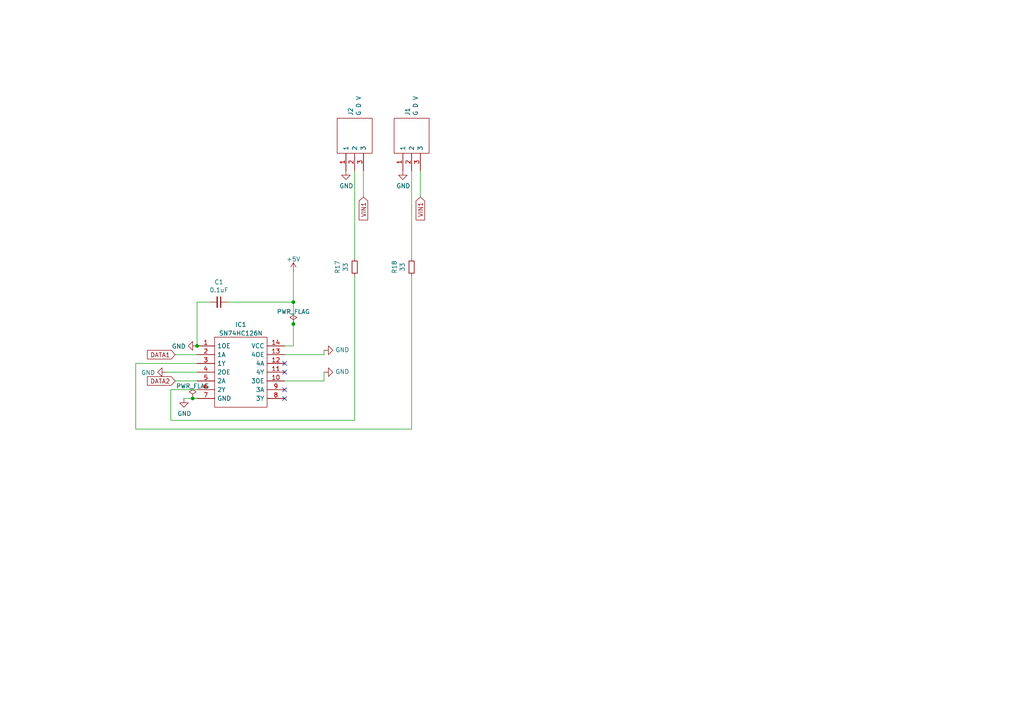
<source format=kicad_sch>
(kicad_sch (version 20211123) (generator eeschema)
  (paper "A4")
  (title_block (title "The Owl - RPI Cape 16ch Pixel Controller") (company "OnlineDynamic"))
  (lib_symbols
    (symbol "Device:C_Small" (pin_numbers hide) (pin_names (offset 0.254) hide)
      (property "Reference" "C" (at 0.254 1.778 0))
      (property "Value" "C_Small" (at 0.254 -2.032 0))
      (symbol "C_Small_0_1"
        (polyline (pts (xy -1.524 -0.508) (xy 1.524 -0.508)) (stroke (width 0.3302)))
        (polyline (pts (xy -1.524 0.508) (xy 1.524 0.508)) (stroke (width 0.3048)))
      )
      (symbol "C_Small_1_1"
        (pin passive line (at 0 2.54 270) (length 2.032) (name "~") (number "1"))
        (pin passive line (at 0 -2.54 90) (length 2.032) (name "~") (number "2"))
      )
    )
    (symbol "Device:R_Small" (pin_numbers hide) (pin_names (offset 0.254) hide)
      (property "Reference" "R" (at 0.762 0.508 0))
      (property "Value" "R_Small" (at 0.762 -1.016 0))
      (symbol "R_Small_0_1"
        (rectangle (start -0.762 1.778) (end 0.762 -1.778) (stroke (width 0.2032)))
      )
      (symbol "R_Small_1_1"
        (pin passive line (at 0 2.54 270) (length 0.762) (name "~") (number "1"))
        (pin passive line (at 0 -2.54 90) (length 0.762) (name "~") (number "2"))
      )
    )
    (symbol "SamacSys_Parts:SN74HC126N" (pin_names (offset 0.762))
      (property "Reference" "IC" (at 21.59 7.62 0))
      (property "Value" "SN74HC126N" (at 21.59 5.08 0))
      (symbol "SN74HC126N_0_0"
        (pin passive line (at 0 0 0) (length 5.08) (name "1OE") (number "1"))
        (pin passive line (at 25.4 -10.16 180) (length 5.08) (name "3OE") (number "10"))
        (pin passive line (at 25.4 -7.62 180) (length 5.08) (name "4Y") (number "11"))
        (pin passive line (at 25.4 -5.08 180) (length 5.08) (name "4A") (number "12"))
        (pin passive line (at 25.4 -2.54 180) (length 5.08) (name "4OE") (number "13"))
        (pin passive line (at 25.4 0 180) (length 5.08) (name "VCC") (number "14"))
        (pin passive line (at 0 -2.54 0) (length 5.08) (name "1A") (number "2"))
        (pin passive line (at 0 -5.08 0) (length 5.08) (name "1Y") (number "3"))
        (pin passive line (at 0 -7.62 0) (length 5.08) (name "2OE") (number "4"))
        (pin passive line (at 0 -10.16 0) (length 5.08) (name "2A") (number "5"))
        (pin passive line (at 0 -12.7 0) (length 5.08) (name "2Y") (number "6"))
        (pin passive line (at 0 -15.24 0) (length 5.08) (name "GND") (number "7"))
        (pin passive line (at 25.4 -15.24 180) (length 5.08) (name "3Y") (number "8"))
        (pin passive line (at 25.4 -12.7 180) (length 5.08) (name "3A") (number "9"))
      )
      (symbol "SN74HC126N_0_1"
        (polyline (pts (xy 5.08 2.54) (xy 20.32 2.54) (xy 20.32 -17.78) (xy 5.08 -17.78) (xy 5.08 2.54)) (stroke (width 0.1524)))
      )
    )
    (symbol "owl_cape-rescue:284514-3-SamacSys_Parts" (pin_names (offset 0.762))
      (property "Reference" "J" (at 16.51 7.62 0))
      (property "Value" "284514-3-SamacSys_Parts" (at 16.51 5.08 0))
      (symbol "284514-3-SamacSys_Parts_0_0"
        (pin passive line (at 0 0 0) (length 5.08) (name "1") (number "1"))
        (pin passive line (at 0 -2.54 0) (length 5.08) (name "2") (number "2"))
        (pin passive line (at 0 -5.08 0) (length 5.08) (name "3") (number "3"))
      )
      (symbol "284514-3-SamacSys_Parts_0_1"
        (polyline (pts (xy 5.08 2.54) (xy 15.24 2.54) (xy 15.24 -7.62) (xy 5.08 -7.62) (xy 5.08 2.54)) (stroke (width 0.1524)))
      )
    )
    (symbol "power:+5V" (power) (pin_names (offset 0))
      (property "Value" "+5V" (at 0 3.556 0))
      (symbol "+5V_0_1"
        (polyline (pts (xy -0.762 1.27) (xy 0 2.54)))
        (polyline (pts (xy 0 0) (xy 0 2.54)))
        (polyline (pts (xy 0 2.54) (xy 0.762 1.27)))
      )
      (symbol "+5V_1_1"
        (pin power_in line (at 0 0 90) (length 0) hide (name "+5V") (number "1"))
      )
    )
    (symbol "power:GND" (power) (pin_names (offset 0))
      (property "Value" "GND" (at 0 -3.81 0))
      (symbol "GND_0_1"
        (polyline (pts (xy 0 0) (xy 0 -1.27) (xy 1.27 -1.27) (xy 0 -2.54) (xy -1.27 -1.27) (xy 0 -1.27)))
      )
      (symbol "GND_1_1"
        (pin power_in line (at 0 0 270) (length 0) hide (name "GND") (number "1"))
      )
    )
    (symbol "power:PWR_FLAG" (power) (pin_numbers hide) (pin_names (offset 0) hide)
      (property "Value" "PWR_FLAG" (at 0 3.81 0))
      (symbol "PWR_FLAG_0_0"
        (pin power_out line (at 0 0 90) (length 0) (name "pwr") (number "1"))
      )
      (symbol "PWR_FLAG_0_1"
        (polyline (pts (xy 0 0) (xy 0 1.27) (xy -1.016 1.905) (xy 0 2.54) (xy 1.016 1.905) (xy 0 1.27)))
      )
    )
  )
  (junction (at 85.09 87.63))
  (junction (at 55.88 115.57))
  (junction (at 85.09 93.98))
  (junction (at 57.15 100.33))
  (no_connect (at 82.55 115.57))
  (no_connect (at 82.55 113.03))
  (no_connect (at 82.55 107.95))
  (no_connect (at 82.55 105.41))
  (wire (pts (xy 85.09 78.74) (xy 85.09 87.63)))
  (wire (pts (xy 119.38 124.46) (xy 39.37 124.46)))
  (wire (pts (xy 82.55 100.33) (xy 85.09 100.33)))
  (wire (pts (xy 39.37 124.46) (xy 39.37 105.41)))
  (wire (pts (xy 50.8 102.87) (xy 57.15 102.87)))
  (wire (pts (xy 60.96 87.63) (xy 57.15 87.63)))
  (wire (pts (xy 119.38 80.01) (xy 119.38 124.46)))
  (wire (pts (xy 66.04 87.63) (xy 85.09 87.63)))
  (wire (pts (xy 85.09 93.98) (xy 85.09 100.33)))
  (wire (pts (xy 39.37 105.41) (xy 57.15 105.41)))
  (wire (pts (xy 119.38 49.53) (xy 119.38 74.93)))
  (wire (pts (xy 102.87 49.53) (xy 102.87 74.93)))
  (wire (pts (xy 105.41 49.53) (xy 105.41 57.15)))
  (wire (pts (xy 121.92 57.15) (xy 121.92 49.53)))
  (wire (pts (xy 93.98 110.49) (xy 93.98 107.95)))
  (wire (pts (xy 82.55 102.87) (xy 93.98 102.87)))
  (wire (pts (xy 49.53 113.03) (xy 57.15 113.03)))
  (wire (pts (xy 50.8 110.49) (xy 57.15 110.49)))
  (wire (pts (xy 49.53 121.92) (xy 49.53 113.03)))
  (wire (pts (xy 85.09 87.63) (xy 85.09 93.98)))
  (wire (pts (xy 55.88 115.57) (xy 57.15 115.57)))
  (wire (pts (xy 93.98 102.87) (xy 93.98 101.6)))
  (wire (pts (xy 48.26 107.95) (xy 57.15 107.95)))
  (wire (pts (xy 82.55 110.49) (xy 93.98 110.49)))
  (wire (pts (xy 53.34 115.57) (xy 55.88 115.57)))
  (wire (pts (xy 102.87 80.01) (xy 102.87 121.92)))
  (wire (pts (xy 102.87 121.92) (xy 49.53 121.92)))
  (wire (pts (xy 57.15 87.63) (xy 57.15 100.33)))
  (global_label "DATA2" (shape input) (at 50.8 110.49 180) (property "Intersheet References" "${INTERSHEET_REFS}" (effects hide)))
  (global_label "VIN1" (shape input) (at 105.41 57.15 270) (property "Intersheet References" "${INTERSHEET_REFS}" (effects hide)))
  (global_label "DATA1" (shape input) (at 50.8 102.87 180) (property "Intersheet References" "${INTERSHEET_REFS}" (effects hide)))
  (global_label "VIN1" (shape input) (at 121.92 57.15 270) (property "Intersheet References" "${INTERSHEET_REFS}" (effects hide)))
  (symbol (lib_id "owl_cape-rescue:284514-3-SamacSys_Parts") (at 116.84 49.53 90) (unit 1)
    (property "Reference" "J1" (at 118.2116 33.5788 0) (effects (justify left)))
    (property "Value" "G D V" (at 120.523 33.5788 0) (effects (justify left)))
    (property "Footprint" "SamacSys_Parts:SHDR3W80P0X350_1X3_1250X725X940P" (effects hide))
    (property "Datasheet" "https://www.te.com/commerce/DocumentDelivery/DDEController?Action=srchrtrv&DocNm=284514&DocType=Customer+Drawing&DocLang=English&DocFormat=pdf&PartCntxt=284514-3" (effects hide))
    (property "Description" "TE Connectivity Buchanan, 3 Way, 1 Row, Straight PCB Terminal Block Header" (effects hide))
    (property "Height" "9.4" (effects hide))
    (property "Mouser Part Number" "571-284514-3" (effects hide))
    (property "Mouser Price/Stock" "https://www.mouser.co.uk/ProductDetail/TE-Connectivity/284514-3/?qs=woBvfblj%2FzwGS50caoQlYA%3D%3D" (effects hide))
    (property "Manufacturer_Name" "TE Connectivity" (effects hide))
    (property "Manufacturer_Part_Number" "284514-3" (effects hide))
  )
  (symbol (lib_id "power:GND") (at 116.84 49.53 0) (unit 1)
    (property "Reference" "#PWR019" (effects hide))
    (property "Value" "GND" (at 116.967 53.9242 0))
  )
  (symbol (lib_id "power:GND") (at 100.33 49.53 0) (unit 1)
    (property "Reference" "#PWR017" (effects hide))
    (property "Value" "GND" (at 100.457 53.9242 0))
  )
  (symbol (lib_id "owl_cape-rescue:284514-3-SamacSys_Parts") (at 100.33 49.53 90) (unit 1)
    (property "Reference" "J2" (at 101.7016 33.5788 0) (effects (justify left)))
    (property "Value" "G D V" (at 104.013 33.5788 0) (effects (justify left)))
    (property "Footprint" "SamacSys_Parts:SHDR3W80P0X350_1X3_1250X725X940P" (effects hide))
    (property "Datasheet" "https://www.te.com/commerce/DocumentDelivery/DDEController?Action=srchrtrv&DocNm=284514&DocType=Customer+Drawing&DocLang=English&DocFormat=pdf&PartCntxt=284514-3" (effects hide))
    (property "Description" "TE Connectivity Buchanan, 3 Way, 1 Row, Straight PCB Terminal Block Header" (effects hide))
    (property "Height" "9.4" (effects hide))
    (property "Mouser Part Number" "571-284514-3" (effects hide))
    (property "Mouser Price/Stock" "https://www.mouser.co.uk/ProductDetail/TE-Connectivity/284514-3/?qs=woBvfblj%2FzwGS50caoQlYA%3D%3D" (effects hide))
    (property "Manufacturer_Name" "TE Connectivity" (effects hide))
    (property "Manufacturer_Part_Number" "284514-3" (effects hide))
  )
  (symbol (lib_id "power:GND") (at 53.34 115.57 0) (unit 1)
    (property "Reference" "#PWR013" (effects hide))
    (property "Value" "GND" (at 53.467 119.9642 0))
  )
  (symbol (lib_id "power:GND") (at 48.26 107.95 270) (unit 1)
    (property "Reference" "#PWR016" (effects hide))
    (property "Value" "GND" (at 45.0088 108.077 90) (effects (justify right)))
  )
  (symbol (lib_id "power:GND") (at 57.15 100.33 270) (unit 1)
    (property "Reference" "#PWR014" (effects hide))
    (property "Value" "GND" (at 53.8988 100.457 90) (effects (justify right)))
  )
  (symbol (lib_id "Device:R_Small") (at 102.87 77.47 0) (unit 1)
    (property "Reference" "R17" (at 97.8916 77.47 90))
    (property "Value" "33" (at 100.203 77.47 90))
    (property "Footprint" "Resistor_SMD:R_0805_2012Metric" (effects hide))
  )
  (symbol (lib_id "Device:R_Small") (at 119.38 77.47 0) (unit 1)
    (property "Reference" "R18" (at 114.4016 77.47 90))
    (property "Value" "33" (at 116.713 77.47 90))
    (property "Footprint" "Resistor_SMD:R_0805_2012Metric" (effects hide))
  )
  (symbol (lib_id "Device:C_Small") (at 63.5 87.63 270) (unit 1)
    (property "Reference" "C1" (at 63.5 81.8134 90))
    (property "Value" "0.1uF" (at 63.5 84.1248 90))
    (property "Footprint" "Capacitor_SMD:CP_Elec_4x5.3" (effects hide))
  )
  (symbol (lib_id "power:PWR_FLAG") (at 55.88 115.57 0) (unit 1)
    (property "Reference" "#FLG0103" (effects hide))
    (property "Value" "PWR_FLAG" (at 55.88 111.9942 0))
  )
  (symbol (lib_id "power:GND") (at 93.98 107.95 90) (unit 1)
    (property "Reference" "#PWR0102" (effects hide))
    (property "Value" "GND" (at 97.2312 107.823 90) (effects (justify right)))
  )
  (symbol (lib_id "power:GND") (at 93.98 101.6 90) (unit 1)
    (property "Reference" "#PWR0103" (effects hide))
    (property "Value" "GND" (at 97.2312 101.473 90) (effects (justify right)))
  )
  (symbol (lib_id "SamacSys_Parts:SN74HC126N") (at 57.15 100.33 0) (unit 1)
    (property "Reference" "IC1" (at 69.85 94.141 0))
    (property "Value" "SN74HC126N" (at 69.85 96.6779 0))
    (property "Footprint" "DIP794W53P254L1930H508Q14N" (effects hide))
    (property "Datasheet" "http://www.ti.com/lit/gpn/sn74hc126" (effects hide))
    (property "Description" "Quadruple Bus Buffer Gates With 3-State Outputs" (effects hide))
    (property "Height" "5.08" (effects hide))
    (property "Mouser Part Number" "595-SN74HC126N" (effects hide))
    (property "Mouser Price/Stock" "https://www.mouser.co.uk/ProductDetail/Texas-Instruments/SN74HC126N?qs=FM6NhYOeeBUAKeBNhLTZ%252Bw%3D%3D" (effects hide))
    (property "Manufacturer_Name" "Texas Instruments" (effects hide))
    (property "Manufacturer_Part_Number" "SN74HC126N" (effects hide))
  )
  (symbol (lib_id "power:+5V") (at 85.09 78.74 0) (unit 1)
    (property "Reference" "#PWR0124" (effects hide))
    (property "Value" "+5V" (at 85.09 75.1642 0))
  )
  (symbol (lib_id "power:PWR_FLAG") (at 85.09 93.98 0) (unit 1)
    (property "Reference" "#FLG0104" (effects hide))
    (property "Value" "PWR_FLAG" (at 85.09 90.4042 0))
  )
)
</source>
